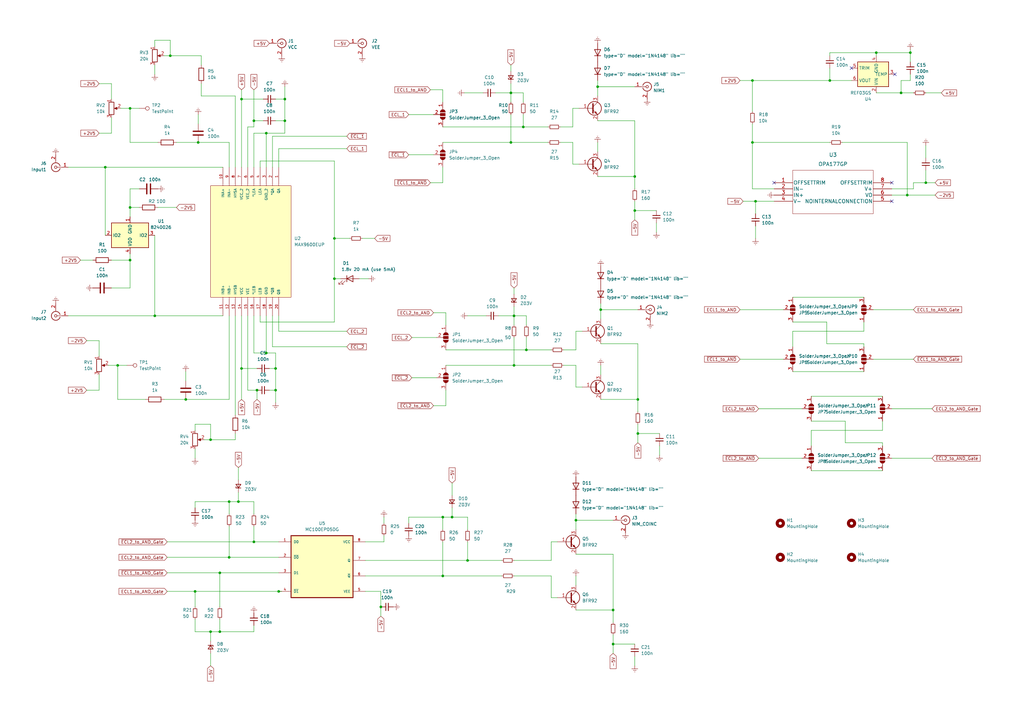
<source format=kicad_sch>
(kicad_sch (version 20211123) (generator eeschema)
  (paper "A3")
  (junction (at 251.46 250.19))
  (junction (at 109.22 144.78))
  (junction (at 245.11 35.56))
  (junction (at 90.17 234.95))
  (junction (at 185.42 212.09))
  (junction (at 109.22 54.61))
  (junction (at 137.16 114.3))
  (junction (at 261.62 163.83))
  (junction (at 99.06 151.13))
  (junction (at 236.22 213.36))
  (junction (at 209.55 38.1))
  (junction (at 104.14 222.25))
  (junction (at 246.38 127))
  (junction (at 53.34 85.09))
  (junction (at 340.36 33.02))
  (junction (at 251.46 264.16))
  (junction (at 261.62 177.8))
  (junction (at 97.79 205.74))
  (junction (at 76.2 163.83))
  (junction (at 308.61 33.02))
  (junction (at 80.01 242.57))
  (junction (at 156.21 248.92))
  (junction (at 379.73 74.93))
  (junction (at 105.41 160.02))
  (junction (at 114.3 242.57))
  (junction (at 48.26 149.86))
  (junction (at 210.82 149.86))
  (junction (at 93.98 228.6))
  (junction (at 116.84 49.53))
  (junction (at 53.34 106.68))
  (junction (at 93.98 205.74))
  (junction (at 308.61 58.42))
  (junction (at 86.36 259.08))
  (junction (at 99.06 40.64))
  (junction (at 369.57 38.1))
  (junction (at 309.88 82.55))
  (junction (at 69.85 22.86))
  (junction (at 81.28 58.42))
  (junction (at 104.14 49.53))
  (junction (at 191.77 229.87))
  (junction (at 210.82 129.54))
  (junction (at 215.9 143.51))
  (junction (at 86.36 180.34))
  (junction (at 113.03 160.02))
  (junction (at 90.17 259.08))
  (junction (at 181.61 236.22))
  (junction (at 43.18 68.58))
  (junction (at 260.35 72.39))
  (junction (at 63.5 129.54))
  (junction (at 373.38 21.59))
  (junction (at 214.63 52.07))
  (junction (at 359.41 21.59))
  (junction (at 209.55 58.42))
  (junction (at 181.61 212.09))
  (junction (at 137.16 97.79))
  (junction (at 116.84 40.64))
  (junction (at 53.34 44.45))
  (junction (at 113.03 151.13))
  (junction (at 372.11 80.01))
  (junction (at 260.35 86.36))
  (no_connect (at 365.76 74.93))
  (no_connect (at 317.5 74.93))
  (no_connect (at 367.03 30.48))
  (no_connect (at 349.25 27.94))
  (no_connect (at 365.76 82.55))
  (wire (pts (xy 76.2 163.83) (xy 67.31 163.83)))
  (wire (pts (xy 93.98 58.42) (xy 81.28 58.42)))
  (wire (pts (xy 104.14 52.07) (xy 101.6 52.07)))
  (wire (pts (xy 182.88 149.86) (xy 210.82 149.86)))
  (wire (pts (xy 99.06 151.13) (xy 99.06 163.83)))
  (wire (pts (xy 40.64 153.67) (xy 40.64 160.02)))
  (wire (pts (xy 340.36 21.59) (xy 340.36 22.86)))
  (wire (pts (xy 64.77 58.42) (xy 53.34 58.42)))
  (wire (pts (xy 116.84 49.53) (xy 116.84 40.64)))
  (wire (pts (xy 238.76 135.89) (xy 236.22 135.89)))
  (wire (pts (xy 68.58 234.95) (xy 90.17 234.95)))
  (wire (pts (xy 104.14 54.61) (xy 109.22 54.61)))
  (wire (pts (xy 339.09 132.08) (xy 339.09 140.97)))
  (wire (pts (xy 142.24 55.88) (xy 111.76 55.88)))
  (wire (pts (xy 309.88 82.55) (xy 317.5 82.55)))
  (wire (pts (xy 49.53 44.45) (xy 53.34 44.45)))
  (wire (pts (xy 104.14 68.58) (xy 104.14 54.61)))
  (wire (pts (xy 181.61 36.83) (xy 181.61 41.91)))
  (wire (pts (xy 204.47 129.54) (xy 210.82 129.54)))
  (wire (pts (xy 97.79 191.77) (xy 97.79 196.85)))
  (wire (pts (xy 45.72 54.61) (xy 40.64 54.61)))
  (wire (pts (xy 53.34 85.09) (xy 53.34 77.47)))
  (wire (pts (xy 167.64 212.09) (xy 181.61 212.09)))
  (wire (pts (xy 68.58 222.25) (xy 104.14 222.25)))
  (wire (pts (xy 236.22 250.19) (xy 251.46 250.19)))
  (wire (pts (xy 76.2 152.4) (xy 76.2 156.21)))
  (wire (pts (xy 63.5 129.54) (xy 63.5 96.52)))
  (wire (pts (xy 226.06 236.22) (xy 226.06 245.11)))
  (wire (pts (xy 81.28 58.42) (xy 72.39 58.42)))
  (wire (pts (xy 365.76 77.47) (xy 374.65 77.47)))
  (wire (pts (xy 308.61 33.02) (xy 308.61 45.72)))
  (wire (pts (xy 309.88 87.63) (xy 309.88 82.55)))
  (wire (pts (xy 45.72 106.68) (xy 53.34 106.68)))
  (wire (pts (xy 226.06 245.11) (xy 228.6 245.11)))
  (wire (pts (xy 90.17 234.95) (xy 114.3 234.95)))
  (wire (pts (xy 332.74 176.53) (xy 332.74 182.88)))
  (wire (pts (xy 181.61 58.42) (xy 209.55 58.42)))
  (wire (pts (xy 27.94 129.54) (xy 63.5 129.54)))
  (wire (pts (xy 68.58 242.57) (xy 80.01 242.57)))
  (wire (pts (xy 113.03 49.53) (xy 116.84 49.53)))
  (wire (pts (xy 33.02 106.68) (xy 38.1 106.68)))
  (wire (pts (xy 260.35 82.55) (xy 260.35 86.36)))
  (wire (pts (xy 43.18 68.58) (xy 43.18 96.52)))
  (wire (pts (xy 69.85 22.86) (xy 67.31 22.86)))
  (wire (pts (xy 359.41 21.59) (xy 340.36 21.59)))
  (wire (pts (xy 261.62 127) (xy 246.38 127)))
  (wire (pts (xy 109.22 144.78) (xy 113.03 144.78)))
  (wire (pts (xy 185.42 208.28) (xy 185.42 212.09)))
  (wire (pts (xy 210.82 129.54) (xy 210.82 133.35)))
  (wire (pts (xy 373.38 25.4) (xy 373.38 21.59)))
  (wire (pts (xy 113.03 151.13) (xy 113.03 160.02)))
  (wire (pts (xy 168.91 138.43) (xy 179.07 138.43)))
  (wire (pts (xy 325.12 135.89) (xy 325.12 142.24)))
  (wire (pts (xy 260.35 86.36) (xy 260.35 90.17)))
  (wire (pts (xy 303.53 127) (xy 321.31 127)))
  (wire (pts (xy 104.14 256.54) (xy 104.14 259.08)))
  (wire (pts (xy 325.12 121.92) (xy 354.33 121.92)))
  (wire (pts (xy 260.35 49.53) (xy 260.35 72.39)))
  (wire (pts (xy 311.15 187.96) (xy 328.93 187.96)))
  (wire (pts (xy 374.65 74.93) (xy 374.65 77.47)))
  (wire (pts (xy 53.34 118.11) (xy 45.72 118.11)))
  (wire (pts (xy 147.32 114.3) (xy 151.13 114.3)))
  (wire (pts (xy 369.57 38.1) (xy 374.65 38.1)))
  (wire (pts (xy 209.55 38.1) (xy 209.55 34.29)))
  (wire (pts (xy 109.22 54.61) (xy 116.84 54.61)))
  (wire (pts (xy 86.36 173.99) (xy 80.01 173.99)))
  (wire (pts (xy 96.52 170.18) (xy 96.52 129.54)))
  (wire (pts (xy 332.74 162.56) (xy 361.95 162.56)))
  (wire (pts (xy 251.46 250.19) (xy 251.46 255.27)))
  (wire (pts (xy 97.79 201.93) (xy 97.79 205.74)))
  (wire (pts (xy 245.11 72.39) (xy 260.35 72.39)))
  (wire (pts (xy 109.22 54.61) (xy 109.22 68.58)))
  (wire (pts (xy 99.06 151.13) (xy 105.41 151.13)))
  (wire (pts (xy 346.71 181.61) (xy 361.95 181.61)))
  (wire (pts (xy 214.63 41.91) (xy 214.63 38.1)))
  (wire (pts (xy 177.8 128.27) (xy 182.88 128.27)))
  (wire (pts (xy 167.64 63.5) (xy 177.8 63.5)))
  (wire (pts (xy 80.01 208.28) (xy 80.01 205.74)))
  (wire (pts (xy 143.51 97.79) (xy 137.16 97.79)))
  (wire (pts (xy 229.87 58.42) (xy 234.95 58.42)))
  (wire (pts (xy 80.01 205.74) (xy 93.98 205.74)))
  (wire (pts (xy 45.72 48.26) (xy 45.72 54.61)))
  (wire (pts (xy 69.85 22.86) (xy 69.85 16.51)))
  (wire (pts (xy 116.84 40.64) (xy 116.84 35.56)))
  (wire (pts (xy 142.24 60.96) (xy 114.3 60.96)))
  (wire (pts (xy 209.55 26.67) (xy 209.55 29.21)))
  (wire (pts (xy 215.9 133.35) (xy 215.9 129.54)))
  (wire (pts (xy 340.36 27.94) (xy 340.36 33.02)))
  (wire (pts (xy 53.34 88.9) (xy 53.34 85.09)))
  (wire (pts (xy 40.64 34.29) (xy 45.72 34.29)))
  (wire (pts (xy 379.73 59.69) (xy 379.73 64.77)))
  (wire (pts (xy 358.14 147.32) (xy 374.65 147.32)))
  (wire (pts (xy 64.77 85.09) (xy 72.39 85.09)))
  (wire (pts (xy 304.8 82.55) (xy 309.88 82.55)))
  (wire (pts (xy 236.22 149.86) (xy 236.22 158.75)))
  (wire (pts (xy 63.5 26.67) (xy 63.5 30.48)))
  (wire (pts (xy 332.74 193.04) (xy 361.95 193.04)))
  (wire (pts (xy 110.49 151.13) (xy 113.03 151.13)))
  (wire (pts (xy 115.57 242.57) (xy 114.3 242.57)))
  (wire (pts (xy 104.14 49.53) (xy 107.95 49.53)))
  (wire (pts (xy 246.38 140.97) (xy 261.62 140.97)))
  (wire (pts (xy 309.88 97.79) (xy 309.88 92.71)))
  (wire (pts (xy 182.88 143.51) (xy 215.9 143.51)))
  (wire (pts (xy 246.38 163.83) (xy 261.62 163.83)))
  (wire (pts (xy 93.98 163.83) (xy 76.2 163.83)))
  (wire (pts (xy 104.14 215.9) (xy 104.14 222.25)))
  (wire (pts (xy 45.72 34.29) (xy 45.72 40.64)))
  (wire (pts (xy 365.76 187.96) (xy 382.27 187.96)))
  (wire (pts (xy 269.24 91.44) (xy 269.24 95.25)))
  (wire (pts (xy 261.62 163.83) (xy 261.62 168.91)))
  (wire (pts (xy 251.46 213.36) (xy 236.22 213.36)))
  (wire (pts (xy 245.11 49.53) (xy 260.35 49.53)))
  (wire (pts (xy 167.64 214.63) (xy 167.64 212.09)))
  (wire (pts (xy 236.22 143.51) (xy 231.14 143.51)))
  (wire (pts (xy 104.14 36.83) (xy 104.14 49.53)))
  (wire (pts (xy 339.09 140.97) (xy 354.33 140.97)))
  (wire (pts (xy 251.46 227.33) (xy 251.46 250.19)))
  (wire (pts (xy 86.36 262.89) (xy 86.36 259.08)))
  (wire (pts (xy 369.57 33.02) (xy 369.57 38.1)))
  (wire (pts (xy 109.22 129.54) (xy 109.22 144.78)))
  (wire (pts (xy 106.68 129.54) (xy 106.68 132.08)))
  (wire (pts (xy 53.34 77.47) (xy 57.15 77.47)))
  (wire (pts (xy 308.61 77.47) (xy 317.5 77.47)))
  (wire (pts (xy 181.61 74.93) (xy 176.53 74.93)))
  (wire (pts (xy 86.36 259.08) (xy 80.01 259.08)))
  (wire (pts (xy 101.6 52.07) (xy 101.6 68.58)))
  (wire (pts (xy 359.41 21.59) (xy 373.38 21.59)))
  (wire (pts (xy 373.38 30.48) (xy 373.38 33.02)))
  (wire (pts (xy 261.62 140.97) (xy 261.62 163.83)))
  (wire (pts (xy 340.36 58.42) (xy 308.61 58.42)))
  (wire (pts (xy 82.55 39.37) (xy 82.55 34.29)))
  (wire (pts (xy 215.9 143.51) (xy 226.06 143.51)))
  (wire (pts (xy 236.22 135.89) (xy 236.22 143.51)))
  (wire (pts (xy 226.06 222.25) (xy 226.06 229.87)))
  (wire (pts (xy 93.98 228.6) (xy 114.3 228.6)))
  (wire (pts (xy 270.51 182.88) (xy 270.51 186.69)))
  (wire (pts (xy 81.28 46.99) (xy 81.28 50.8)))
  (wire (pts (xy 345.44 58.42) (xy 372.11 58.42)))
  (wire (pts (xy 43.18 68.58) (xy 91.44 68.58)))
  (wire (pts (xy 113.03 144.78) (xy 113.03 151.13)))
  (wire (pts (xy 246.38 127) (xy 246.38 130.81)))
  (wire (pts (xy 373.38 33.02) (xy 369.57 33.02)))
  (wire (pts (xy 308.61 58.42) (xy 308.61 77.47)))
  (wire (pts (xy 63.5 16.51) (xy 63.5 19.05)))
  (wire (pts (xy 308.61 33.02) (xy 340.36 33.02)))
  (wire (pts (xy 383.54 74.93) (xy 379.73 74.93)))
  (wire (pts (xy 245.11 33.02) (xy 245.11 35.56)))
  (wire (pts (xy 114.3 129.54) (xy 114.3 135.89)))
  (wire (pts (xy 181.61 236.22) (xy 181.61 222.25)))
  (wire (pts (xy 191.77 222.25) (xy 191.77 229.87)))
  (wire (pts (xy 157.48 222.25) (xy 149.86 222.25)))
  (wire (pts (xy 191.77 212.09) (xy 191.77 217.17)))
  (wire (pts (xy 251.46 260.35) (xy 251.46 264.16)))
  (wire (pts (xy 361.95 181.61) (xy 361.95 182.88)))
  (wire (pts (xy 105.41 163.83) (xy 105.41 160.02)))
  (wire (pts (xy 80.01 248.92) (xy 80.01 242.57)))
  (wire (pts (xy 215.9 138.43) (xy 215.9 143.51)))
  (wire (pts (xy 209.55 46.99) (xy 209.55 58.42)))
  (wire (pts (xy 210.82 149.86) (xy 226.06 149.86)))
  (wire (pts (xy 234.95 58.42) (xy 234.95 67.31)))
  (wire (pts (xy 176.53 36.83) (xy 181.61 36.83)))
  (wire (pts (xy 379.73 74.93) (xy 374.65 74.93)))
  (wire (pts (xy 80.01 184.15) (xy 80.01 187.96)))
  (wire (pts (xy 260.35 35.56) (xy 245.11 35.56)))
  (wire (pts (xy 181.61 212.09) (xy 185.42 212.09)))
  (wire (pts (xy 53.34 85.09) (xy 57.15 85.09)))
  (wire (pts (xy 96.52 177.8) (xy 96.52 180.34)))
  (wire (pts (xy 303.53 147.32) (xy 321.31 147.32)))
  (wire (pts (xy 203.2 38.1) (xy 209.55 38.1)))
  (wire (pts (xy 80.01 242.57) (xy 114.3 242.57)))
  (wire (pts (xy 182.88 166.37) (xy 177.8 166.37)))
  (wire (pts (xy 44.45 149.86) (xy 48.26 149.86)))
  (wire (pts (xy 99.06 36.83) (xy 99.06 40.64)))
  (wire (pts (xy 190.5 38.1) (xy 198.12 38.1)))
  (wire (pts (xy 116.84 54.61) (xy 116.84 49.53)))
  (wire (pts (xy 214.63 38.1) (xy 209.55 38.1)))
  (wire (pts (xy 210.82 236.22) (xy 226.06 236.22)))
  (wire (pts (xy 346.71 172.72) (xy 346.71 181.61)))
  (wire (pts (xy 359.41 22.86) (xy 359.41 21.59)))
  (wire (pts (xy 340.36 33.02) (xy 349.25 33.02)))
  (wire (pts (xy 246.38 124.46) (xy 246.38 127)))
  (wire (pts (xy 236.22 158.75) (xy 238.76 158.75)))
  (wire (pts (xy 137.16 66.04) (xy 106.68 66.04)))
  (wire (pts (xy 82.55 26.67) (xy 82.55 22.86)))
  (wire (pts (xy 113.03 40.64) (xy 116.84 40.64)))
  (wire (pts (xy 358.14 127) (xy 374.65 127)))
  (wire (pts (xy 149.86 242.57) (xy 156.21 242.57)))
  (wire (pts (xy 93.98 68.58) (xy 93.98 58.42)))
  (wire (pts (xy 260.35 72.39) (xy 260.35 77.47)))
  (wire (pts (xy 149.86 236.22) (xy 181.61 236.22)))
  (wire (pts (xy 236.22 227.33) (xy 251.46 227.33)))
  (wire (pts (xy 379.73 38.1) (xy 386.08 38.1)))
  (wire (pts (xy 109.22 144.78) (xy 104.14 144.78)))
  (wire (pts (xy 99.06 129.54) (xy 99.06 151.13)))
  (wire (pts (xy 27.94 68.58) (xy 43.18 68.58)))
  (wire (pts (xy 210.82 118.11) (xy 210.82 120.65)))
  (wire (pts (xy 101.6 160.02) (xy 101.6 129.54)))
  (wire (pts (xy 185.42 198.12) (xy 185.42 203.2)))
  (wire (pts (xy 234.95 44.45) (xy 234.95 52.07)))
  (wire (pts (xy 383.54 80.01) (xy 372.11 80.01)))
  (wire (pts (xy 209.55 58.42) (xy 224.79 58.42)))
  (wire (pts (xy 96.52 180.34) (xy 86.36 180.34)))
  (wire (pts (xy 93.98 129.54) (xy 93.98 163.83)))
  (wire (pts (xy 96.52 39.37) (xy 96.52 68.58)))
  (wire (pts (xy 111.76 129.54) (xy 111.76 142.24)))
  (wire (pts (xy 228.6 222.25) (xy 226.06 222.25)))
  (wire (pts (xy 261.62 177.8) (xy 261.62 181.61)))
  (wire (pts (xy 311.15 167.64) (xy 328.93 167.64)))
  (wire (pts (xy 53.34 104.14) (xy 53.34 106.68)))
  (wire (pts (xy 80.01 173.99) (xy 80.01 176.53)))
  (wire (pts (xy 231.14 149.86) (xy 236.22 149.86)))
  (wire (pts (xy 111.76 142.24) (xy 142.24 142.24)))
  (wire (pts (xy 234.95 67.31) (xy 237.49 67.31)))
  (wire (pts (xy 260.35 269.24) (xy 260.35 273.05)))
  (wire (pts (xy 185.42 212.09) (xy 191.77 212.09)))
  (wire (pts (xy 245.11 58.42) (xy 245.11 62.23)))
  (wire (pts (xy 93.98 205.74) (xy 93.98 210.82)))
  (wire (pts (xy 303.53 33.02) (xy 308.61 33.02)))
  (wire (pts (xy 69.85 16.51) (xy 63.5 16.51)))
  (wire (pts (xy 35.56 139.7) (xy 40.64 139.7)))
  (wire (pts (xy 156.21 248.92) (xy 156.21 252.73)))
  (wire (pts (xy 104.14 222.25) (xy 114.3 222.25)))
  (wire (pts (xy 332.74 172.72) (xy 346.71 172.72)))
  (wire (pts (xy 157.48 219.71) (xy 157.48 222.25)))
  (wire (pts (xy 261.62 173.99) (xy 261.62 177.8)))
  (wire (pts (xy 148.59 97.79) (xy 153.67 97.79)))
  (wire (pts (xy 90.17 259.08) (xy 86.36 259.08)))
  (wire (pts (xy 137.16 97.79) (xy 137.16 66.04)))
  (wire (pts (xy 325.12 152.4) (xy 354.33 152.4)))
  (wire (pts (xy 245.11 35.56) (xy 245.11 39.37)))
  (wire (pts (xy 379.73 69.85) (xy 379.73 74.93)))
  (wire (pts (xy 48.26 149.86) (xy 52.07 149.86)))
  (wire (pts (xy 246.38 149.86) (xy 246.38 153.67)))
  (wire (pts (xy 90.17 259.08) (xy 90.17 254)))
  (wire (pts (xy 97.79 205.74) (xy 104.14 205.74)))
  (wire (pts (xy 260.35 86.36) (xy 269.24 86.36)))
  (wire (pts (xy 96.52 39.37) (xy 82.55 39.37)))
  (wire (pts (xy 93.98 215.9) (xy 93.98 228.6)))
  (wire (pts (xy 214.63 46.99) (xy 214.63 52.07)))
  (wire (pts (xy 373.38 21.59) (xy 373.38 20.32)))
  (wire (pts (xy 308.61 50.8) (xy 308.61 58.42)))
  (wire (pts (xy 214.63 52.07) (xy 224.79 52.07)))
  (wire (pts (xy 210.82 138.43) (xy 210.82 149.86)))
  (wire (pts (xy 236.22 210.82) (xy 236.22 213.36)))
  (wire (pts (xy 53.34 44.45) (xy 57.15 44.45)))
  (wire (pts (xy 156.21 242.57) (xy 156.21 248.92)))
  (wire (pts (xy 182.88 128.27) (xy 182.88 133.35)))
  (wire (pts (xy 114.3 60.96) (xy 114.3 68.58)))
  (wire (pts (xy 261.62 177.8) (xy 270.51 177.8)))
  (wire (pts (xy 68.58 228.6) (xy 93.98 228.6)))
  (wire (pts (xy 105.41 160.02) (xy 101.6 160.02)))
  (wire (pts (xy 63.5 129.54) (xy 91.44 129.54)))
  (wire (pts (xy 181.61 212.09) (xy 181.61 217.17)))
  (wire (pts (xy 110.49 160.02) (xy 113.03 160.02)))
  (wire (pts (xy 86.36 273.05) (xy 86.36 267.97)))
  (wire (pts (xy 361.95 172.72) (xy 361.95 176.53)))
  (wire (pts (xy 104.14 49.53) (xy 104.14 52.07)))
  (wire (pts (xy 210.82 129.54) (xy 210.82 125.73)))
  (wire (pts (xy 181.61 52.07) (xy 214.63 52.07)))
  (wire (pts (xy 236.22 236.22) (xy 236.22 240.03)))
  (wire (pts (xy 90.17 234.95) (xy 90.17 248.92)))
  (wire (pts (xy 234.95 52.07) (xy 229.87 52.07)))
  (wire (pts (xy 53.34 58.42) (xy 53.34 44.45)))
  (wire (pts (xy 215.9 129.54) (xy 210.82 129.54)))
  (wire (pts (xy 157.48 212.09) (xy 157.48 214.63)))
  (wire (pts (xy 48.26 163.83) (xy 48.26 149.86)))
  (wire (pts (xy 106.68 66.04) (xy 106.68 68.58)))
  (wire (pts (xy 111.76 55.88) (xy 111.76 68.58)))
  (wire (pts (xy 251.46 264.16) (xy 260.35 264.16)))
  (wire (pts (xy 93.98 205.74) (xy 97.79 205.74)))
  (wire (pts (xy 80.01 259.08) (xy 80.01 254)))
  (wire (pts (xy 149.86 229.87) (xy 191.77 229.87)))
  (wire (pts (xy 168.91 154.94) (xy 179.07 154.94)))
  (wire (pts (xy 113.03 160.02) (xy 113.03 165.1)))
  (wire (pts (xy 137.16 97.79) (xy 137.16 114.3)))
  (wire (pts (xy 104.14 144.78) (xy 104.14 129.54)))
  (wire (pts (xy 104.14 205.74) (xy 104.14 210.82)))
  (wire (pts (xy 237.49 44.45) (xy 234.95 44.45)))
  (wire (pts (xy 361.95 176.53) (xy 332.74 176.53)))
  (wire (pts (xy 181.61 68.58) (xy 181.61 74.93)))
  (wire (pts (xy 236.22 213.36) (xy 236.22 217.17)))
  (wire (pts (xy 40.64 160.02) (xy 35.56 160.02)))
  (wire (pts (xy 86.36 180.34) (xy 83.82 180.34)))
  (wire (pts (xy 137.16 132.08) (xy 106.68 132.08)))
  (wire (pts (xy 59.69 163.83) (xy 48.26 163.83)))
  (wire (pts (xy 99.06 40.64) (xy 99.06 68.58)))
  (wire (pts (xy 359.41 38.1) (xy 369.57 38.1)))
  (wire (pts (xy 191.77 229.87) (xy 205.74 229.87)))
  (wire (pts (xy 182.88 160.02) (xy 182.88 166.37)))
  (wire (pts (xy 82.55 22.86) (xy 69.85 22.86)))
  (wire (pts (xy 104.14 259.08) (xy 90.17 259.08)))
  (wire (pts (xy 354.33 135.89) (xy 325.12 135.89)))
  (wire (pts (xy 181.61 236.22) (xy 205.74 236.22)))
  (wire (pts (xy 251.46 264.16) (xy 251.46 267.97)))
  (wire (pts (xy 209.55 38.1) (xy 209.55 41.91)))
  (wire (pts (xy 86.36 180.34) (xy 86.36 173.99)))
  (wire (pts (xy 137.16 114.3) (xy 139.7 114.3)))
  (wire (pts (xy 191.77 129.54) (xy 199.39 129.54)))
  (wire (pts (xy 40.64 139.7) (xy 40.64 146.05)))
  (wire (pts (xy 365.76 167.64) (xy 382.27 167.64)))
  (wire (pts (xy 99.06 40.64) (xy 107.95 40.64)))
  (wire (pts (xy 167.64 46.99) (xy 177.8 46.99)))
  (wire (pts (xy 354.33 140.97) (xy 354.33 142.24)))
  (wire (pts (xy 325.12 132.08) (xy 339.09 132.08)))
  (wire (pts (xy 372.11 80.01) (xy 365.76 80.01)))
  (wire (pts (xy 137.16 114.3) (xy 137.16 132.08)))
  (wire (pts (xy 372.11 58.42) (xy 372.11 80.01)))
  (wire (pts (xy 210.82 229.87) (xy 226.06 229.87)))
  (wire (pts (xy 114.3 135.89) (xy 142.24 135.89)))
  (wire (pts (xy 354.33 132.08) (xy 354.33 135.89)))
  (wire (pts (xy 53.34 106.68) (xy 53.34 118.11)))
  (global_label "ECL_2" (shape input) (at 168.91 138.43 180) (property "Intersheet References" "${INTERSHEET_REFS}" (effects hide)))
  (global_label "-2V5" (shape input) (at 383.54 80.01 0) (property "Intersheet References" "${INTERSHEET_REFS}" (effects hide)))
  (global_label "+2V5" (shape input) (at 303.53 33.02 180) (property "Intersheet References" "${INTERSHEET_REFS}" (effects hide)))
  (global_label "+2V5" (shape input) (at 40.64 54.61 180) (property "Intersheet References" "${INTERSHEET_REFS}" (effects hide)))
  (global_label "-5V" (shape input) (at 105.41 163.83 270) (property "Intersheet References" "${INTERSHEET_REFS}" (effects hide)))
  (global_label "ECL2_to_AND" (shape input) (at 311.15 167.64 180) (property "Intersheet References" "${INTERSHEET_REFS}" (effects hide)))
  (global_label "ECL1_to_AND_Gate" (shape input) (at 374.65 127 0) (property "Intersheet References" "${INTERSHEET_REFS}" (effects hide)))
  (global_label "-2V5" (shape input) (at 40.64 34.29 180) (property "Intersheet References" "${INTERSHEET_REFS}" (effects hide)))
  (global_label "~{ECL_1}" (shape input) (at 167.64 63.5 180) (property "Intersheet References" "${INTERSHEET_REFS}" (effects hide)))
  (global_label "~{ECL_2}" (shape input) (at 168.91 154.94 180) (property "Intersheet References" "${INTERSHEET_REFS}" (effects hide)))
  (global_label "~{ECL_2}" (shape input) (at 142.24 142.24 0) (property "Intersheet References" "${INTERSHEET_REFS}" (effects hide)))
  (global_label "-2V5" (shape input) (at 72.39 85.09 0) (property "Intersheet References" "${INTERSHEET_REFS}" (effects hide)))
  (global_label "+5V" (shape input) (at 99.06 36.83 90) (property "Intersheet References" "${INTERSHEET_REFS}" (effects hide)))
  (global_label "~{ECL_1}" (shape input) (at 142.24 55.88 0) (property "Intersheet References" "${INTERSHEET_REFS}" (effects hide)))
  (global_label "-5V" (shape input) (at 209.55 26.67 90) (property "Intersheet References" "${INTERSHEET_REFS}" (effects hide)))
  (global_label "ECL2_to_AND" (shape input) (at 177.8 128.27 180) (property "Intersheet References" "${INTERSHEET_REFS}" (effects hide)))
  (global_label "+5V" (shape input) (at 110.49 17.78 180) (property "Intersheet References" "${INTERSHEET_REFS}" (effects hide)))
  (global_label "-5V" (shape input) (at 260.35 90.17 270) (property "Intersheet References" "${INTERSHEET_REFS}" (effects hide)))
  (global_label "~{ECL2_to_AND_Gate}" (shape input) (at 68.58 222.25 180) (property "Intersheet References" "${INTERSHEET_REFS}" (effects hide)))
  (global_label "-5V" (shape input) (at 104.14 36.83 90) (property "Intersheet References" "${INTERSHEET_REFS}" (effects hide)))
  (global_label "-2V5" (shape input) (at 35.56 139.7 180) (property "Intersheet References" "${INTERSHEET_REFS}" (effects hide)))
  (global_label "ECL1_to_AND" (shape input) (at 176.53 36.83 180) (property "Intersheet References" "${INTERSHEET_REFS}" (effects hide)))
  (global_label "~{ECL2_to_AND}" (shape input) (at 311.15 187.96 180) (property "Intersheet References" "${INTERSHEET_REFS}" (effects hide)))
  (global_label "~{ECL1_to_AND_Gate}" (shape input) (at 68.58 234.95 180) (property "Intersheet References" "${INTERSHEET_REFS}" (effects hide)))
  (global_label "-5V" (shape input) (at 210.82 118.11 90) (property "Intersheet References" "${INTERSHEET_REFS}" (effects hide)))
  (global_label "ECL2_to_AND_Gate" (shape input) (at 382.27 167.64 0) (property "Intersheet References" "${INTERSHEET_REFS}" (effects hide)))
  (global_label "ECL1_to_AND_Gate" (shape input) (at 68.58 242.57 180) (property "Intersheet References" "${INTERSHEET_REFS}" (effects hide)))
  (global_label "-5V" (shape input) (at 156.21 252.73 270) (property "Intersheet References" "${INTERSHEET_REFS}" (effects hide)))
  (global_label "ECL_2" (shape input) (at 142.24 135.89 0) (property "Intersheet References" "${INTERSHEET_REFS}" (effects hide)))
  (global_label "~{ECL2_to_AND_Gate}" (shape input) (at 382.27 187.96 0) (property "Intersheet References" "${INTERSHEET_REFS}" (effects hide)))
  (global_label "ECL2_to_AND_Gate" (shape input) (at 68.58 228.6 180) (property "Intersheet References" "${INTERSHEET_REFS}" (effects hide)))
  (global_label "+2V5" (shape input) (at 35.56 160.02 180) (property "Intersheet References" "${INTERSHEET_REFS}" (effects hide)))
  (global_label "+2V5" (shape input) (at 33.02 106.68 180) (property "Intersheet References" "${INTERSHEET_REFS}" (effects hide)))
  (global_label "-5V" (shape input) (at 143.51 17.78 180) (property "Intersheet References" "${INTERSHEET_REFS}" (effects hide)))
  (global_label "~{ECL1_to_AND}" (shape input) (at 303.53 147.32 180) (property "Intersheet References" "${INTERSHEET_REFS}" (effects hide)))
  (global_label "~{ECL1_to_AND_Gate}" (shape input) (at 374.65 147.32 0) (property "Intersheet References" "${INTERSHEET_REFS}" (effects hide)))
  (global_label "~{ECL1_to_AND}" (shape input) (at 176.53 74.93 180) (property "Intersheet References" "${INTERSHEET_REFS}" (effects hide)))
  (global_label "-5V" (shape input) (at 97.79 191.77 90) (property "Intersheet References" "${INTERSHEET_REFS}" (effects hide)))
  (global_label "ECL_1" (shape input) (at 142.24 60.96 0) (property "Intersheet References" "${INTERSHEET_REFS}" (effects hide)))
  (global_label "-5V" (shape input) (at 261.62 181.61 270) (property "Intersheet References" "${INTERSHEET_REFS}" (effects hide)))
  (global_label "+5V" (shape input) (at 383.54 74.93 0) (property "Intersheet References" "${INTERSHEET_REFS}" (effects hide)))
  (global_label "ECL1_to_AND" (shape input) (at 303.53 127 180) (property "Intersheet References" "${INTERSHEET_REFS}" (effects hide)))
  (global_label "+5V" (shape input) (at 99.06 163.83 270) (property "Intersheet References" "${INTERSHEET_REFS}" (effects hide)))
  (global_label "-5V" (shape input) (at 304.8 82.55 180) (property "Intersheet References" "${INTERSHEET_REFS}" (effects hide)))
  (global_label "+5V" (shape input) (at 386.08 38.1 0) (property "Intersheet References" "${INTERSHEET_REFS}" (effects hide)))
  (global_label "~{ECL2_to_AND}" (shape input) (at 177.8 166.37 180) (property "Intersheet References" "${INTERSHEET_REFS}" (effects hide)))
  (global_label "ECL_1" (shape input) (at 167.64 46.99 180) (property "Intersheet References" "${INTERSHEET_REFS}" (effects hide)))
  (global_label "-5V" (shape input) (at 185.42 198.12 90) (property "Intersheet References" "${INTERSHEET_REFS}" (effects hide)))
  (global_label "-5V" (shape input) (at 153.67 97.79 0) (property "Intersheet References" "${INTERSHEET_REFS}" (effects hide)))
  (global_label "-5V" (shape input) (at 86.36 273.05 270) (property "Intersheet References" "${INTERSHEET_REFS}" (effects hide)))
  (global_label "-5V" (shape input) (at 251.46 267.97 270) (property "Intersheet References" "${INTERSHEET_REFS}" (effects hide)))
  (symbol (lib_id "power:Earth") (at 245.11 17.78 180) (unit 1)
    (property "Reference" "#PWR0118" (effects hide))
    (property "Value" "Earth" (effects hide))
  )
  (symbol (lib_id "Mechanical:MountingHole") (at 320.04 214.63 0) (unit 1)
    (property "Reference" "H1" (at 322.58 213.3599 0) (effects (justify left)))
    (property "Value" "MountingHole" (at 322.58 215.8999 0) (effects (justify left)))
    (property "Footprint" "MountingHole:MountingHole_3.2mm_M3_DIN965_Pad" (effects hide))
  )
  (symbol (lib_id "Device:R_Potentiometer") (at 80.01 180.34 0) (unit 1)
    (property "Reference" "RV4" (at 77.47 179.0699 0) (effects (justify right)))
    (property "Value" "20k" (at 77.47 181.6099 0) (effects (justify right)))
    (property "Footprint" "timing_logicboard_footprints:TRIM_67YR100KLF" (effects hide))
  )
  (symbol (lib_id "Device:C_Small") (at 104.14 254 180) (unit 1)
    (property "Reference" "C18" (at 106.68 252.7235 0) (effects (justify right)))
    (property "Value" "100n" (at 106.68 255.2635 0) (effects (justify right)))
    (property "Footprint" "Capacitor_SMD:C_0201_0603Metric" (effects hide))
  )
  (symbol (lib_id "power:Earth") (at 379.73 59.69 180) (unit 1)
    (property "Reference" "#PWR0112" (effects hide))
    (property "Value" "Earth" (effects hide))
  )
  (symbol (lib_id "Device:R_Small") (at 93.98 213.36 0) (unit 1)
    (property "Reference" "R23" (at 96.52 212.0899 0) (effects (justify left)))
    (property "Value" "50" (at 96.52 214.6299 0) (effects (justify left)))
    (property "Footprint" "Resistor_SMD:R_0201_0603Metric" (effects hide))
  )
  (symbol (lib_id "Jumper:SolderJumper_3_Open") (at 325.12 147.32 270) (unit 1)
    (property "Reference" "JP6" (at 327.66 148.5901 90) (effects (justify left)))
    (property "Value" "SolderJumper_3_Open" (at 327.66 146.0501 90) (effects (justify left)))
    (property "Footprint" "Connector_PinHeader_2.54mm:PinHeader_1x03_P2.54mm_Vertical" (effects hide))
  )
  (symbol (lib_id "timing_additional_lib:MC100EP05DG") (at 132.08 232.41 0) (unit 1)
    (property "Reference" "U5" (at 132.08 214.63 0))
    (property "Value" "MC100EP05DG" (at 132.08 217.17 0))
    (property "Footprint" "timing_logicboard_footprints:MC100EP05DG" (effects hide))
  )
  (symbol (lib_id "Connector:TestPoint") (at 57.15 44.45 270) (unit 1)
    (property "Reference" "TP2" (at 62.23 43.1799 90) (effects (justify left)))
    (property "Value" "TestPoint" (at 62.23 45.7199 90) (effects (justify left)))
    (property "Footprint" "TestPoint:TestPoint_Loop_D2.50mm_Drill1.0mm" (effects hide))
  )
  (symbol (lib_id "power:Earth") (at 116.84 35.56 180) (unit 1)
    (property "Reference" "#PWR0105" (effects hide))
    (property "Value" "Earth" (effects hide))
  )
  (symbol (lib_id "power:Earth") (at 167.64 219.71 0) (unit 1)
    (property "Reference" "#PWR05" (effects hide))
    (property "Value" "Earth" (effects hide))
  )
  (symbol (lib_id "Device:R") (at 68.58 58.42 90) (unit 1)
    (property "Reference" "R4" (at 68.58 52.07 90))
    (property "Value" "1k" (at 68.58 54.61 90))
    (property "Footprint" "Resistor_SMD:R_0201_0603Metric" (effects hide))
  )
  (symbol (lib_id "Device:R_Small") (at 228.6 143.51 90) (unit 1)
    (property "Reference" "R12" (at 228.6 137.16 90))
    (property "Value" "27" (at 228.6 139.7 90))
    (property "Footprint" "Resistor_SMD:R_0201_0603Metric" (effects hide))
  )
  (symbol (lib_id "Device:R_Potentiometer") (at 63.5 22.86 0) (unit 1)
    (property "Reference" "RV3" (at 60.96 21.5899 0) (effects (justify right)))
    (property "Value" "20k" (at 60.96 24.1299 0) (effects (justify right)))
    (property "Footprint" "timing_logicboard_footprints:TRIM_67YR100KLF" (effects hide))
  )
  (symbol (lib_id "Device:R_Small") (at 342.9 58.42 90) (unit 1)
    (property "Reference" "R19" (at 342.9 52.07 90))
    (property "Value" "10k" (at 342.9 54.61 90))
    (property "Footprint" "Resistor_SMD:R_0201_0603Metric" (effects hide))
  )
  (symbol (lib_id "Jumper:SolderJumper_3_Open") (at 332.74 187.96 270) (unit 1)
    (property "Reference" "JP8" (at 335.28 189.2301 90) (effects (justify left)))
    (property "Value" "SolderJumper_3_Open" (at 335.28 186.6901 90) (effects (justify left)))
    (property "Footprint" "Connector_PinHeader_2.54mm:PinHeader_1x03_P2.54mm_Vertical" (effects hide))
  )
  (symbol (lib_id "Mechanical:MountingHole") (at 349.25 214.63 0) (unit 1)
    (property "Reference" "H3" (at 351.79 213.3599 0) (effects (justify left)))
    (property "Value" "MountingHole" (at 351.79 215.8999 0) (effects (justify left)))
    (property "Footprint" "MountingHole:MountingHole_3.2mm_M3_DIN965_Pad" (effects hide))
  )
  (symbol (lib_id "power:Earth") (at 309.88 97.79 0) (unit 1)
    (property "Reference" "#PWR0116" (effects hide))
    (property "Value" "Earth" (effects hide))
  )
  (symbol (lib_id "Device:R") (at 82.55 30.48 0) (unit 1)
    (property "Reference" "R5" (at 85.09 29.2099 0) (effects (justify left)))
    (property "Value" "10k" (at 85.09 31.7499 0) (effects (justify left)))
    (property "Footprint" "Resistor_SMD:R_0201_0603Metric" (effects hide))
  )
  (symbol (lib_id "Device:C_Small") (at 309.88 90.17 0) (unit 1)
    (property "Reference" "C13" (at 312.42 88.9062 0) (effects (justify left)))
    (property "Value" "100n" (at 312.42 91.4462 0) (effects (justify left)))
    (property "Footprint" "Capacitor_SMD:C_0201_0603Metric" (effects hide))
  )
  (symbol (lib_id "power:Earth") (at 269.24 95.25 0) (unit 1)
    (property "Reference" "#PWR0119" (effects hide))
    (property "Value" "Earth" (effects hide))
  )
  (symbol (lib_id "Device:R_Small") (at 251.46 257.81 0) (unit 1)
    (property "Reference" "R30" (at 254 256.5399 0) (effects (justify left)))
    (property "Value" "160" (at 254 259.0799 0) (effects (justify left)))
    (property "Footprint" "Resistor_SMD:R_0201_0603Metric" (effects hide))
  )
  (symbol (lib_id "Device:C_Small") (at 167.64 217.17 0) (unit 1)
    (property "Reference" "C20" (at 170.18 215.9062 0) (effects (justify left)))
    (property "Value" "100n" (at 170.18 218.4462 0) (effects (justify left)))
    (property "Footprint" "Capacitor_SMD:C_0201_0603Metric" (effects hide))
  )
  (symbol (lib_id "Device:R_Small") (at 214.63 44.45 0) (unit 1)
    (property "Reference" "R11" (at 217.17 43.1799 0) (effects (justify left)))
    (property "Value" "50" (at 217.17 45.7199 0) (effects (justify left)))
    (property "Footprint" "Resistor_SMD:R_0201_0603Metric" (effects hide))
  )
  (symbol (lib_id "power:Earth") (at 245.11 58.42 180) (unit 1)
    (property "Reference" "#PWR0120" (effects hide))
    (property "Value" "Earth" (effects hide))
  )
  (symbol (lib_id "Device:C") (at 41.91 118.11 90) (unit 1)
    (property "Reference" "C1" (at 41.91 110.49 90))
    (property "Value" "100n" (at 41.91 113.03 90))
    (property "Footprint" "Capacitor_SMD:C_0201_0603Metric" (effects hide))
  )
  (symbol (lib_id "Device:D_Zener_Small") (at 97.79 199.39 90) (unit 1)
    (property "Reference" "D9" (at 100.33 198.1199 90) (effects (justify right)))
    (property "Value" "Z03V" (at 100.33 200.6599 90) (effects (justify right)))
    (property "Footprint" "Diode_SMD:D_SOD-123" (effects hide))
  )
  (symbol (lib_id "Device:D_Zener_Small") (at 209.55 31.75 90) (unit 1)
    (property "Reference" "D3" (at 212.09 30.4799 90) (effects (justify right)))
    (property "Value" "Z03V" (at 212.09 33.0199 90) (effects (justify right)))
    (property "Footprint" "Diode_SMD:D_SOD-123" (effects hide))
  )
  (symbol (lib_id "Device:C_Small") (at 201.93 129.54 90) (unit 1)
    (property "Reference" "C9" (at 201.9363 123.19 90))
    (property "Value" "100n" (at 201.9363 125.73 90))
    (property "Footprint" "Capacitor_SMD:C_0201_0603Metric" (effects hide))
  )
  (symbol (lib_id "Device:C_Small") (at 260.35 266.7 0) (unit 1)
    (property "Reference" "C21" (at 262.89 265.4362 0) (effects (justify left)))
    (property "Value" "100n" (at 262.89 267.9762 0) (effects (justify left)))
    (property "Footprint" "Capacitor_SMD:C_0201_0603Metric" (effects hide))
  )
  (symbol (lib_id "Device:R_Small") (at 215.9 135.89 0) (unit 1)
    (property "Reference" "R9" (at 218.44 134.6199 0) (effects (justify left)))
    (property "Value" "50" (at 218.44 137.1599 0) (effects (justify left)))
    (property "Footprint" "Resistor_SMD:R_0201_0603Metric" (effects hide))
  )
  (symbol (lib_id "Jumper:SolderJumper_3_Open") (at 354.33 127 90) (unit 1)
    (property "Reference" "JP9" (at 351.79 125.7299 90) (effects (justify left)))
    (property "Value" "SolderJumper_3_Open" (at 351.79 128.2699 90) (effects (justify left)))
    (property "Footprint" "Connector_PinHeader_2.54mm:PinHeader_1x03_P2.54mm_Vertical" (effects hide))
  )
  (symbol (lib_id "Device:R_Small") (at 210.82 135.89 0) (unit 1)
    (property "Reference" "R8" (at 207.01 134.62 0) (effects (justify left)))
    (property "Value" "50" (at 207.01 138.43 0) (effects (justify left)))
    (property "Footprint" "Resistor_SMD:R_0201_0603Metric" (effects hide))
  )
  (symbol (lib_id "Device:D_Zener_Small") (at 185.42 205.74 90) (unit 1)
    (property "Reference" "D10" (at 187.96 204.4699 90) (effects (justify right)))
    (property "Value" "Z03V" (at 187.96 207.0099 90) (effects (justify right)))
    (property "Footprint" "Diode_SMD:D_SOD-123" (effects hide))
  )
  (symbol (lib_id "timing_additional_lib:OPA177FP") (at 288.29 73.66 0) (unit 1)
    (property "Reference" "U3" (at 341.63 63.5 0) (effects (font (size 1.524 1.524))))
    (property "Value" "OPA177GP" (at 341.63 67.31 0) (effects (font (size 1.524 1.524))))
    (property "Footprint" "timing_logicboard_footprints_2:OPA177GP_large_pads" (effects hide))
  )
  (symbol (lib_id "Jumper:SolderJumper_3_Open") (at 182.88 138.43 270) (unit 1)
    (property "Reference" "JP1" (at 185.42 137.1599 90) (effects (justify left)))
    (property "Value" "SolderJumper_3_Open" (at 185.42 139.6999 90) (effects (justify left)))
    (property "Footprint" "Connector_PinHeader_2.54mm:PinHeader_1x03_P2.54mm_Vertical" (effects hide))
  )
  (symbol (lib_id "power:Earth") (at 236.22 236.22 180) (unit 1)
    (property "Reference" "#PWR07" (effects hide))
    (property "Value" "Earth" (effects hide))
  )
  (symbol (lib_id "power:Earth") (at 246.38 109.22 180) (unit 1)
    (property "Reference" "#PWR0114" (effects hide))
    (property "Value" "Earth" (effects hide))
  )
  (symbol (lib_id "Device:R_Small") (at 181.61 219.71 0) (unit 1)
    (property "Reference" "R26" (at 184.15 218.4399 0) (effects (justify left)))
    (property "Value" "50" (at 184.15 220.9799 0) (effects (justify left)))
    (property "Footprint" "Resistor_SMD:R_0201_0603Metric" (effects hide))
  )
  (symbol (lib_id "Device:R_Potentiometer") (at 40.64 149.86 0) (unit 1)
    (property "Reference" "RV1" (at 38.1 148.5899 0) (effects (justify right)))
    (property "Value" "10k" (at 38.1 151.1299 0) (effects (justify right)))
    (property "Footprint" "timing_logicboard_footprints:TRIM_67YR100KLF" (effects hide))
  )
  (symbol (lib_id "power:Earth") (at 81.28 46.99 180) (unit 1)
    (property "Reference" "#PWR0106" (effects hide))
    (property "Value" "Earth" (effects hide))
  )
  (symbol (lib_id "Device:R") (at 96.52 173.99 0) (unit 1)
    (property "Reference" "R6" (at 99.06 172.7199 0) (effects (justify left)))
    (property "Value" "10k" (at 99.06 175.2599 0) (effects (justify left)))
    (property "Footprint" "Resistor_SMD:R_0201_0603Metric" (effects hide))
  )
  (symbol (lib_id "Device:C") (at 60.96 77.47 90) (unit 1)
    (property "Reference" "C2" (at 58.42 73.66 90))
    (property "Value" "100n" (at 63.5 73.66 90))
    (property "Footprint" "Capacitor_SMD:C_0201_0603Metric" (effects hide))
  )
  (symbol (lib_id "Device:C") (at 81.28 54.61 0) (unit 1)
    (property "Reference" "C4" (at 85.09 53.3399 0) (effects (justify left)))
    (property "Value" "100n" (at 85.09 55.8799 0) (effects (justify left)))
    (property "Footprint" "Capacitor_SMD:C_0201_0603Metric" (effects hide))
  )
  (symbol (lib_id "power:Earth") (at 265.43 40.64 0) (unit 1)
    (property "Reference" "#PWR013" (effects hide))
    (property "Value" "Earth" (effects hide))
  )
  (symbol (lib_id "Device:C_Small") (at 107.95 160.02 90) (unit 1)
    (property "Reference" "C6" (at 107.9563 153.67 90))
    (property "Value" "100n" (at 107.9563 156.21 90))
    (property "Footprint" "Capacitor_SMD:C_0201_0603Metric" (effects hide))
  )
  (symbol (lib_id "Jumper:SolderJumper_3_Open") (at 361.95 167.64 90) (unit 1)
    (property "Reference" "JP11" (at 359.41 166.3699 90) (effects (justify left)))
    (property "Value" "SolderJumper_3_Open" (at 359.41 168.9099 90) (effects (justify left)))
    (property "Footprint" "Connector_PinHeader_2.54mm:PinHeader_1x03_P2.54mm_Vertical" (effects hide))
  )
  (symbol (lib_id "Jumper:SolderJumper_3_Open") (at 354.33 147.32 90) (unit 1)
    (property "Reference" "JP10" (at 351.79 146.0499 90) (effects (justify left)))
    (property "Value" "SolderJumper_3_Open" (at 351.79 148.5899 90) (effects (justify left)))
    (property "Footprint" "Connector_PinHeader_2.54mm:PinHeader_1x03_P2.54mm_Vertical" (effects hide))
  )
  (symbol (lib_id "Device:C") (at 76.2 160.02 0) (unit 1)
    (property "Reference" "C3" (at 80.01 158.7499 0) (effects (justify left)))
    (property "Value" "100n" (at 80.01 161.2899 0) (effects (justify left)))
    (property "Footprint" "Capacitor_SMD:C_0201_0603Metric" (effects hide))
  )
  (symbol (lib_id "power:Earth") (at 191.77 129.54 270) (unit 1)
    (property "Reference" "#PWR0110" (effects hide))
    (property "Value" "Earth" (effects hide))
  )
  (symbol (lib_id "Device:R_Small") (at 80.01 251.46 180) (unit 1)
    (property "Reference" "R21" (at 74.93 250.19 0) (effects (justify right)))
    (property "Value" "50" (at 74.93 252.73 0) (effects (justify right)))
    (property "Footprint" "Resistor_SMD:R_0201_0603Metric" (effects hide))
  )
  (symbol (lib_id "Mechanical:MountingHole") (at 320.04 228.6 0) (unit 1)
    (property "Reference" "H2" (at 322.58 227.3299 0) (effects (justify left)))
    (property "Value" "MountingHole" (at 322.58 229.8699 0) (effects (justify left)))
    (property "Footprint" "MountingHole:MountingHole_3.2mm_M3_DIN965_Pad" (effects hide))
  )
  (symbol (lib_id "power:Earth") (at 38.1 118.11 270) (unit 1)
    (property "Reference" "#PWR0102" (effects hide))
    (property "Value" "Earth" (effects hide))
  )
  (symbol (lib_id "Jumper:SolderJumper_3_Open") (at 332.74 167.64 270) (unit 1)
    (property "Reference" "JP7" (at 335.28 168.9101 90) (effects (justify left)))
    (property "Value" "SolderJumper_3_Open" (at 335.28 166.3701 90) (effects (justify left)))
    (property "Footprint" "Connector_PinHeader_2.54mm:PinHeader_1x03_P2.54mm_Vertical" (effects hide))
  )
  (symbol (lib_id "Transistor_BJT:BFR92") (at 233.68 245.11 0) (unit 1)
    (property "Reference" "Q6" (at 238.76 243.8399 0) (effects (justify left)))
    (property "Value" "BFR92" (at 238.76 246.3799 0) (effects (justify left)))
    (property "Footprint" "Package_TO_SOT_SMD:SOT-323_SC-70" (effects hide))
    (property "Datasheet" "https://assets.nexperia.com/documents/data-sheet/BFR92A_N.pdf" (effects hide))
  )
  (symbol (lib_id "power:Earth") (at 80.01 213.36 0) (unit 1)
    (property "Reference" "#PWR01" (effects hide))
    (property "Value" "Earth" (effects hide))
  )
  (symbol (lib_id "Device:C_Small") (at 270.51 180.34 0) (unit 1)
    (property "Reference" "C11" (at 273.05 179.0762 0) (effects (justify left)))
    (property "Value" "100n" (at 273.05 181.6162 0) (effects (justify left)))
    (property "Footprint" "Capacitor_SMD:C_0201_0603Metric" (effects hide))
  )
  (symbol (lib_id "power:Earth") (at 80.01 187.96 0) (unit 1)
    (property "Reference" "#PWR0108" (effects hide))
    (property "Value" "Earth" (effects hide))
  )
  (symbol (lib_id "Transistor_BJT:BFR92") (at 233.68 222.25 0) (unit 1)
    (property "Reference" "Q5" (at 238.76 220.9799 0) (effects (justify left)))
    (property "Value" "BFR92" (at 238.76 223.5199 0) (effects (justify left)))
    (property "Footprint" "Package_TO_SOT_SMD:SOT-323_SC-70" (effects hide))
    (property "Datasheet" "https://assets.nexperia.com/documents/data-sheet/BFR92A_N.pdf" (effects hide))
  )
  (symbol (lib_id "power:Earth") (at 266.7 132.08 0) (unit 1)
    (property "Reference" "#PWR012" (effects hide))
    (property "Value" "Earth" (effects hide))
  )
  (symbol (lib_id "power:Earth") (at 260.35 273.05 0) (unit 1)
    (property "Reference" "#PWR08" (effects hide))
    (property "Value" "Earth" (effects hide))
  )
  (symbol (lib_id "Simulation_SPICE:DIODE") (at 236.22 199.39 270) (unit 1)
    (property "Reference" "D11" (at 238.76 198.1199 90) (effects (justify left)))
    (property "Value" "1N4148" (at 238.76 200.6599 90) (effects (justify left)))
    (property "Footprint" "Diode_SMD:D_0603_1608Metric" (effects hide))
    (property "Spice_Netlist_Enabled" "Y" (effects hide))
    (property "Spice_Primitive" "D" (effects hide))
  )
  (symbol (lib_id "Device:R_Small") (at 377.19 38.1 90) (unit 1)
    (property "Reference" "R20" (at 377.19 31.75 90))
    (property "Value" "100" (at 377.19 34.29 90))
    (property "Footprint" "Resistor_SMD:R_0201_0603Metric" (effects hide))
  )
  (symbol (lib_id "Device:R_Small") (at 228.6 149.86 90) (unit 1)
    (property "Reference" "R13" (at 228.6 154.94 90))
    (property "Value" "27" (at 228.6 152.4 90))
    (property "Footprint" "Resistor_SMD:R_0201_0603Metric" (effects hide))
  )
  (symbol (lib_id "power:Earth") (at 63.5 30.48 0) (unit 1)
    (property "Reference" "#PWR0103" (effects hide))
    (property "Value" "Earth" (effects hide))
  )
  (symbol (lib_id "power:Earth") (at 270.51 186.69 0) (unit 1)
    (property "Reference" "#PWR0115" (effects hide))
    (property "Value" "Earth" (effects hide))
  )
  (symbol (lib_id "Device:R") (at 60.96 85.09 90) (unit 1)
    (property "Reference" "R2" (at 62.23 82.55 90))
    (property "Value" "100" (at 66.04 82.55 90))
    (property "Footprint" "Resistor_SMD:R_0201_0603Metric" (effects hide))
  )
  (symbol (lib_id "Jumper:SolderJumper_3_Open") (at 325.12 127 270) (unit 1)
    (property "Reference" "JP5" (at 327.66 128.2701 90) (effects (justify left)))
    (property "Value" "SolderJumper_3_Open" (at 327.66 125.7301 90) (effects (justify left)))
    (property "Footprint" "Connector_PinHeader_2.54mm:PinHeader_1x03_P2.54mm_Vertical" (effects hide))
  )
  (symbol (lib_id "Device:C_Small") (at 340.36 25.4 0) (unit 1)
    (property "Reference" "C14" (at 342.9 24.1362 0) (effects (justify left)))
    (property "Value" "100n" (at 342.9 26.6762 0) (effects (justify left)))
    (property "Footprint" "Capacitor_SMD:C_0201_0603Metric" (effects hide))
  )
  (symbol (lib_id "Device:C_Small") (at 110.49 40.64 90) (unit 1)
    (property "Reference" "C7" (at 110.4963 34.29 90))
    (property "Value" "100n" (at 110.4963 36.83 90))
    (property "Footprint" "Capacitor_SMD:C_0201_0603Metric" (effects hide))
  )
  (symbol (lib_id "Device:C_Small") (at 158.75 248.92 90) (unit 1)
    (property "Reference" "C19" (at 158.7563 242.57 90))
    (property "Value" "100n" (at 158.7563 245.11 90))
    (property "Footprint" "Capacitor_SMD:C_0201_0603Metric" (effects hide))
  )
  (symbol (lib_id "Jumper:SolderJumper_3_Open") (at 182.88 154.94 270) (unit 1)
    (property "Reference" "JP2" (at 185.42 153.6699 90) (effects (justify left)))
    (property "Value" "SolderJumper_3_Open" (at 185.42 156.2099 90) (effects (justify left)))
    (property "Footprint" "Connector_PinHeader_2.54mm:PinHeader_1x03_P2.54mm_Vertical" (effects hide))
  )
  (symbol (lib_id "Device:C_Small") (at 379.73 67.31 180) (unit 1)
    (property "Reference" "C16" (at 382.27 66.0335 0) (effects (justify right)))
    (property "Value" "100n" (at 382.27 68.5735 0) (effects (justify right)))
    (property "Footprint" "Capacitor_SMD:C_0201_0603Metric" (effects hide))
  )
  (symbol (lib_id "Transistor_BJT:BFR92") (at 242.57 44.45 0) (unit 1)
    (property "Reference" "Q3" (at 247.65 43.1799 0) (effects (justify left)))
    (property "Value" "BFR92" (at 247.65 45.7199 0) (effects (justify left)))
    (property "Footprint" "Package_TO_SOT_SMD:SOT-323_SC-70" (effects hide))
    (property "Datasheet" "https://assets.nexperia.com/documents/data-sheet/BFR92A_N.pdf" (effects hide))
  )
  (symbol (lib_id "Simulation_SPICE:DIODE") (at 236.22 207.01 270) (unit 1)
    (property "Reference" "D12" (at 238.76 205.7399 90) (effects (justify left)))
    (property "Value" "1N4148" (at 238.76 208.2799 90) (effects (justify left)))
    (property "Footprint" "Diode_SMD:D_0603_1608Metric" (effects hide))
    (property "Spice_Netlist_Enabled" "Y" (effects hide))
    (property "Spice_Primitive" "D" (effects hide))
  )
  (symbol (lib_id "Connector:TestPoint") (at 52.07 149.86 270) (unit 1)
    (property "Reference" "TP1" (at 57.15 148.5899 90) (effects (justify left)))
    (property "Value" "TestPoint" (at 57.15 151.1299 90) (effects (justify left)))
    (property "Footprint" "TestPoint:TestPoint_Loop_D2.50mm_Drill1.0mm" (effects hide))
  )
  (symbol (lib_id "Device:R_Small") (at 209.55 44.45 0) (unit 1)
    (property "Reference" "R10" (at 204.47 43.18 0) (effects (justify left)))
    (property "Value" "50" (at 205.74 45.72 0) (effects (justify left)))
    (property "Footprint" "Resistor_SMD:R_0201_0603Metric" (effects hide))
  )
  (symbol (lib_id "Device:R_Small") (at 208.28 229.87 90) (unit 1)
    (property "Reference" "R28" (at 208.28 223.52 90))
    (property "Value" "27" (at 208.28 226.06 90))
    (property "Footprint" "Resistor_SMD:R_0201_0603Metric" (effects hide))
  )
  (symbol (lib_id "timing_additional_lib:8240026") (at 53.34 96.52 180) (unit 1)
    (property "Reference" "U1" (at 66.04 90.6905 0))
    (property "Value" "8240026" (at 66.04 93.2305 0))
    (property "Footprint" "Package_TO_SOT_SMD:SOT-143" (effects hide))
    (property "Datasheet" "http://ww1.microchip.com/downloads/en/DeviceDoc/mic811.pdf" (effects hide))
  )
  (symbol (lib_id "power:Earth") (at 64.77 77.47 90) (unit 1)
    (property "Reference" "#PWR0104" (effects hide))
    (property "Value" "Earth" (effects hide))
  )
  (symbol (lib_id "power:Earth") (at 236.22 195.58 180) (unit 1)
    (property "Reference" "#PWR06" (effects hide))
    (property "Value" "Earth" (effects hide))
  )
  (symbol (lib_id "Jumper:SolderJumper_3_Open") (at 361.95 187.96 90) (unit 1)
    (property "Reference" "JP12" (at 359.41 186.6899 90) (effects (justify left)))
    (property "Value" "SolderJumper_3_Open" (at 359.41 189.2299 90) (effects (justify left)))
    (property "Footprint" "Connector_PinHeader_2.54mm:PinHeader_1x03_P2.54mm_Vertical" (effects hide))
  )
  (symbol (lib_id "Device:R_Small") (at 260.35 80.01 0) (unit 1)
    (property "Reference" "R17" (at 262.89 78.7399 0) (effects (justify left)))
    (property "Value" "160" (at 262.89 81.2799 0) (effects (justify left)))
    (property "Footprint" "Resistor_SMD:R_0201_0603Metric" (effects hide))
  )
  (symbol (lib_id "Transistor_BJT:BFR92") (at 243.84 158.75 0) (unit 1)
    (property "Reference" "Q2" (at 248.92 157.4799 0) (effects (justify left)))
    (property "Value" "BFR92" (at 248.92 160.0199 0) (effects (justify left)))
    (property "Footprint" "Package_TO_SOT_SMD:SOT-323_SC-70" (effects hide))
    (property "Datasheet" "https://assets.nexperia.com/documents/data-sheet/BFR92A_N.pdf" (effects hide))
  )
  (symbol (lib_id "Device:C_Small") (at 269.24 88.9 0) (unit 1)
    (property "Reference" "C12" (at 271.78 87.6362 0) (effects (justify left)))
    (property "Value" "100n" (at 271.78 90.1762 0) (effects (justify left)))
    (property "Footprint" "Capacitor_SMD:C_0201_0603Metric" (effects hide))
  )
  (symbol (lib_id "Connector:Conn_Coaxial") (at 22.86 129.54 180) (unit 1)
    (property "Reference" "J7" (at 19.05 127.9767 0) (effects (justify left)))
    (property "Value" "Input2" (at 19.05 130.5167 0) (effects (justify left)))
    (property "Footprint" "Connector_Coaxial:SMA_Wurth_60312002114503_Vertical" (effects hide))
    (property "Datasheet" " ~" (effects hide))
  )
  (symbol (lib_id "Device:R_Potentiometer") (at 45.72 44.45 0) (unit 1)
    (property "Reference" "RV2" (at 43.18 43.1799 0) (effects (justify right)))
    (property "Value" "10k" (at 43.18 45.7199 0) (effects (justify right)))
    (property "Footprint" "timing_logicboard_footprints:TRIM_67YR100KLF" (effects hide))
  )
  (symbol (lib_id "Device:R_Small") (at 227.33 58.42 90) (unit 1)
    (property "Reference" "R15" (at 227.33 64.77 90))
    (property "Value" "27" (at 227.33 62.23 90))
    (property "Footprint" "Resistor_SMD:R_0201_0603Metric" (effects hide))
  )
  (symbol (lib_id "Device:C_Small") (at 200.66 38.1 90) (unit 1)
    (property "Reference" "C10" (at 200.6663 31.75 90))
    (property "Value" "100n" (at 200.6663 34.29 90))
    (property "Footprint" "Capacitor_SMD:C_0201_0603Metric" (effects hide))
  )
  (symbol (lib_id "power:Earth") (at 373.38 20.32 180) (unit 1)
    (property "Reference" "#PWR0113" (effects hide))
    (property "Value" "Earth" (effects hide))
  )
  (symbol (lib_id "Device:LED") (at 143.51 114.3 0) (unit 1)
    (property "Reference" "D1" (at 141.9225 107.95 0))
    (property "Value" "1.8v 20 mA (use 5mA)" (at 151.13 110.49 0))
    (property "Footprint" "Diode_SMD:D_0603_1608Metric" (effects hide))
  )
  (symbol (lib_id "power:Earth") (at 317.5 80.01 270) (unit 1)
    (property "Reference" "#PWR0117" (effects hide))
    (property "Value" "Earth" (effects hide))
  )
  (symbol (lib_id "Mechanical:MountingHole") (at 349.25 228.6 0) (unit 1)
    (property "Reference" "H4" (at 351.79 227.3299 0) (effects (justify left)))
    (property "Value" "MountingHole" (at 351.79 229.8699 0) (effects (justify left)))
    (property "Footprint" "MountingHole:MountingHole_3.2mm_M3_DIN965_Pad" (effects hide))
  )
  (symbol (lib_id "Jumper:SolderJumper_3_Open") (at 181.61 46.99 270) (unit 1)
    (property "Reference" "JP3" (at 184.15 45.7199 90) (effects (justify left)))
    (property "Value" "SolderJumper_3_Open" (at 184.15 48.2599 90) (effects (justify left)))
    (property "Footprint" "Connector_PinHeader_2.54mm:PinHeader_1x03_P2.54mm_Vertical" (effects hide))
  )
  (symbol (lib_id "Transistor_BJT:BFR92") (at 242.57 67.31 0) (unit 1)
    (property "Reference" "Q4" (at 247.65 66.0399 0) (effects (justify left)))
    (property "Value" "BFR92" (at 247.65 68.5799 0) (effects (justify left)))
    (property "Footprint" "Package_TO_SOT_SMD:SOT-323_SC-70" (effects hide))
    (property "Datasheet" "https://assets.nexperia.com/documents/data-sheet/BFR92A_N.pdf" (effects hide))
  )
  (symbol (lib_id "Transistor_BJT:BFR92") (at 243.84 135.89 0) (unit 1)
    (property "Reference" "Q1" (at 248.92 134.6199 0) (effects (justify left)))
    (property "Value" "BFR92" (at 248.92 137.1599 0) (effects (justify left)))
    (property "Footprint" "Package_TO_SOT_SMD:SOT-323_SC-70" (effects hide))
    (property "Datasheet" "https://assets.nexperia.com/documents/data-sheet/BFR92A_N.pdf" (effects hide))
  )
  (symbol (lib_id "Device:C_Small") (at 107.95 151.13 90) (unit 1)
    (property "Reference" "C5" (at 107.9563 144.78 90))
    (property "Value" "100n" (at 107.9563 147.32 90))
    (property "Footprint" "Capacitor_SMD:C_0201_0603Metric" (effects hide))
  )
  (symbol (lib_id "power:Earth") (at 157.48 212.09 180) (unit 1)
    (property "Reference" "#PWR03" (effects hide))
    (property "Value" "Earth" (effects hide))
  )
  (symbol (lib_id "Connector:Conn_Coaxial") (at 265.43 35.56 0) (unit 1)
    (property "Reference" "J5" (at 267.97 34.5831 0) (effects (justify left)))
    (property "Value" "NIM1" (at 267.97 37.1231 0) (effects (justify left)))
    (property "Footprint" "Connector_Coaxial:SMA_Wurth_60312002114503_Vertical" (effects hide))
    (property "Datasheet" " ~" (effects hide))
  )
  (symbol (lib_id "power:Earth") (at 190.5 38.1 270) (unit 1)
    (property "Reference" "#PWR0121" (effects hide))
    (property "Value" "Earth" (effects hide))
  )
  (symbol (lib_id "power:Earth") (at 161.29 248.92 90) (unit 1)
    (property "Reference" "#PWR04" (effects hide))
    (property "Value" "Earth" (effects hide))
  )
  (symbol (lib_id "power:Earth") (at 148.59 22.86 0) (unit 1)
    (property "Reference" "#PWR010" (effects hide))
    (property "Value" "Earth" (effects hide))
  )
  (symbol (lib_id "power:Earth") (at 115.57 22.86 0) (unit 1)
    (property "Reference" "#PWR09" (effects hide))
    (property "Value" "Earth" (effects hide))
  )
  (symbol (lib_id "Device:R_Small") (at 90.17 251.46 180) (unit 1)
    (property "Reference" "R22" (at 87.63 252.7301 0) (effects (justify left)))
    (property "Value" "50" (at 87.63 250.19 0) (effects (justify left)))
    (property "Footprint" "Resistor_SMD:R_0201_0603Metric" (effects hide))
  )
  (symbol (lib_id "Simulation_SPICE:DIODE") (at 245.11 29.21 270) (unit 1)
    (property "Reference" "D7" (at 247.65 27.9399 90) (effects (justify left)))
    (property "Value" "1N4148" (at 247.65 30.4799 90) (effects (justify left)))
    (property "Footprint" "Diode_SMD:D_0603_1608Metric" (effects hide))
    (property "Spice_Netlist_Enabled" "Y" (effects hide))
    (property "Spice_Primitive" "D" (effects hide))
  )
  (symbol (lib_id "Device:R_Small") (at 227.33 52.07 90) (unit 1)
    (property "Reference" "R14" (at 227.33 45.72 90))
    (property "Value" "27" (at 227.33 48.26 90))
    (property "Footprint" "Resistor_SMD:R_0201_0603Metric" (effects hide))
  )
  (symbol (lib_id "Connector:Conn_Coaxial") (at 266.7 127 0) (unit 1)
    (property "Reference" "J4" (at 269.24 126.0231 0) (effects (justify left)))
    (property "Value" "NIM2" (at 269.24 128.5631 0) (effects (justify left)))
    (property "Footprint" "Connector_Coaxial:SMA_Wurth_60312002114503_Vertical" (effects hide))
    (property "Datasheet" " ~" (effects hide))
  )
  (symbol (lib_id "Jumper:SolderJumper_3_Open") (at 181.61 63.5 270) (unit 1)
    (property "Reference" "JP4" (at 184.15 62.2299 90) (effects (justify left)))
    (property "Value" "SolderJumper_3_Open" (at 184.15 64.7699 90) (effects (justify left)))
    (property "Footprint" "Connector_PinHeader_2.54mm:PinHeader_1x03_P2.54mm_Vertical" (effects hide))
  )
  (symbol (lib_id "Device:R_Small") (at 191.77 219.71 0) (unit 1)
    (property "Reference" "R27" (at 194.31 218.4399 0) (effects (justify left)))
    (property "Value" "50" (at 194.31 220.9799 0) (effects (justify left)))
    (property "Footprint" "Resistor_SMD:R_0201_0603Metric" (effects hide))
  )
  (symbol (lib_id "Connector:Conn_Coaxial") (at 256.54 213.36 0) (unit 1)
    (property "Reference" "J3" (at 259.08 212.3831 0) (effects (justify left)))
    (property "Value" "NIM_COINC" (at 259.08 214.9231 0) (effects (justify left)))
    (property "Footprint" "Connector_Coaxial:SMA_Wurth_60312002114503_Vertical" (effects hide))
    (property "Datasheet" " ~" (effects hide))
  )
  (symbol (lib_id "Device:C_Small") (at 80.01 210.82 0) (unit 1)
    (property "Reference" "C17" (at 82.55 209.5562 0) (effects (justify left)))
    (property "Value" "100n" (at 82.55 212.0962 0) (effects (justify left)))
    (property "Footprint" "Capacitor_SMD:C_0201_0603Metric" (effects hide))
  )
  (symbol (lib_id "Simulation_SPICE:DIODE") (at 246.38 120.65 270) (unit 1)
    (property "Reference" "D5" (at 248.92 119.3799 90) (effects (justify left)))
    (property "Value" "1N4148" (at 248.92 121.9199 90) (effects (justify left)))
    (property "Footprint" "Diode_SMD:D_0603_1608Metric" (effects hide))
    (property "Spice_Netlist_Enabled" "Y" (effects hide))
    (property "Spice_Primitive" "D" (effects hide))
  )
  (symbol (lib_id "Device:C_Small") (at 373.38 27.94 180) (unit 1)
    (property "Reference" "C15" (at 375.92 26.6635 0) (effects (justify right)))
    (property "Value" "100n" (at 375.92 29.2035 0) (effects (justify right)))
    (property "Footprint" "Capacitor_SMD:C_0201_0603Metric" (effects hide))
  )
  (symbol (lib_id "power:Earth") (at 246.38 149.86 180) (unit 1)
    (property "Reference" "#PWR0111" (effects hide))
    (property "Value" "Earth" (effects hide))
  )
  (symbol (lib_id "Connector:Conn_Coaxial") (at 115.57 17.78 0) (unit 1)
    (property "Reference" "J1" (at 118.11 16.8031 0) (effects (justify left)))
    (property "Value" "VCC" (at 118.11 19.3431 0) (effects (justify left)))
    (property "Footprint" "Connector_Coaxial:SMA_Wurth_60312002114503_Vertical" (effects hide))
    (property "Datasheet" " ~" (effects hide))
  )
  (symbol (lib_id "Device:R") (at 63.5 163.83 90) (unit 1)
    (property "Reference" "R3" (at 63.5 157.48 90))
    (property "Value" "1k" (at 63.5 160.02 90))
    (property "Footprint" "Resistor_SMD:R_0201_0603Metric" (effects hide))
  )
  (symbol (lib_id "Device:R_Small") (at 208.28 236.22 90) (unit 1)
    (property "Reference" "R29" (at 209.55 242.57 90))
    (property "Value" "27" (at 208.28 240.03 90))
    (property "Footprint" "Resistor_SMD:R_0201_0603Metric" (effects hide))
  )
  (symbol (lib_id "Simulation_SPICE:DIODE") (at 246.38 113.03 270) (unit 1)
    (property "Reference" "D4" (at 248.92 111.7599 90) (effects (justify left)))
    (property "Value" "1N4148" (at 248.92 114.2999 90) (effects (justify left)))
    (property "Footprint" "Diode_SMD:D_0603_1608Metric" (effects hide))
    (property "Spice_Netlist_Enabled" "Y" (effects hide))
    (property "Spice_Primitive" "D" (effects hide))
  )
  (symbol (lib_id "Reference_Voltage:REF03GS") (at 359.41 30.48 180) (unit 1)
    (property "Reference" "U4" (at 357.3906 40.64 0) (effects (justify left)))
    (property "Value" "REF03GS" (at 357.3906 38.1 0) (effects (justify left)))
    (property "Footprint" "Package_SO:SOIC-8_3.9x4.9mm_P1.27mm" (effects hide))
    (property "Datasheet" "https://www.analog.com/media/en/technical-documentation/data-sheets/REF01_02_03.pdf" (effects hide))
  )
  (symbol (lib_id "Device:R") (at 41.91 106.68 90) (unit 1)
    (property "Reference" "R1" (at 41.91 100.33 90))
    (property "Value" "100" (at 41.91 102.87 90))
    (property "Footprint" "Resistor_SMD:R_0201_0603Metric" (effects hide))
  )
  (symbol (lib_id "Device:R_Small") (at 308.61 48.26 0) (unit 1)
    (property "Reference" "R18" (at 311.15 46.9899 0) (effects (justify left)))
    (property "Value" "10k" (at 311.15 49.5299 0) (effects (justify left)))
    (property "Footprint" "Resistor_SMD:R_0201_0603Metric" (effects hide))
  )
  (symbol (lib_id "Device:R_Small") (at 104.14 213.36 0) (unit 1)
    (property "Reference" "R24" (at 106.68 212.0899 0) (effects (justify left)))
    (property "Value" "50" (at 106.68 214.6299 0) (effects (justify left)))
    (property "Footprint" "Resistor_SMD:R_0201_0603Metric" (effects hide))
  )
  (symbol (lib_id "Connector:Conn_Coaxial") (at 148.59 17.78 0) (unit 1)
    (property "Reference" "J2" (at 152.4 16.8031 0) (effects (justify left)))
    (property "Value" "VEE" (at 152.4 19.3431 0) (effects (justify left)))
    (property "Footprint" "Connector_Coaxial:SMA_Wurth_60312002114503_Vertical" (effects hide))
    (property "Datasheet" " ~" (effects hide))
  )
  (symbol (lib_id "power:Earth") (at 22.86 63.5 180) (unit 1)
    (property "Reference" "#PWR0123" (effects hide))
    (property "Value" "Earth" (effects hide))
  )
  (symbol (lib_id "power:Earth") (at 104.14 251.46 180) (unit 1)
    (property "Reference" "#PWR02" (effects hide))
    (property "Value" "Earth" (effects hide))
  )
  (symbol (lib_id "power:Earth") (at 113.03 165.1 0) (unit 1)
    (property "Reference" "#PWR0107" (effects hide))
    (property "Value" "Earth" (effects hide))
  )
  (symbol (lib_id "Device:D_Zener_Small") (at 86.36 265.43 270) (unit 1)
    (property "Reference" "D8" (at 88.9 264.1599 90) (effects (justify left)))
    (property "Value" "Z03V" (at 88.9 266.6999 90) (effects (justify left)))
    (property "Footprint" "Diode_SMD:D_SOD-123" (effects hide))
  )
  (symbol (lib_id "Simulation_SPICE:DIODE") (at 245.11 21.59 270) (unit 1)
    (property "Reference" "D6" (at 247.65 20.3199 90) (effects (justify left)))
    (property "Value" "1N4148" (at 247.65 22.8599 90) (effects (justify left)))
    (property "Footprint" "Diode_SMD:D_0603_1608Metric" (effects hide))
    (property "Spice_Netlist_Enabled" "Y" (effects hide))
    (property "Spice_Primitive" "D" (effects hide))
  )
  (symbol (lib_id "Device:D_Zener_Small") (at 210.82 123.19 90) (unit 1)
    (property "Reference" "D2" (at 213.36 121.9199 90) (effects (justify right)))
    (property "Value" "Z03V" (at 213.36 124.4599 90) (effects (justify right)))
    (property "Footprint" "Diode_SMD:D_SOD-123" (effects hide))
  )
  (symbol (lib_id "timing_additional_lib:MAX9600EUP") (at 114.3 68.58 270) (unit 1)
    (property "Reference" "U2" (at 120.65 97.7899 90) (effects (justify left)))
    (property "Value" "MAX9600EUP" (at 120.65 100.3299 90) (effects (justify left)))
    (property "Footprint" "timing_logicboard_footprints:MAX9600EUP+" (effects hide))
    (property "VENDOR" "MAXIM" (effects hide))
    (property "MANUFACTURER_PART_NUMBER" "max9600eup+" (effects hide))
  )
  (symbol (lib_id "Device:R_Small") (at 261.62 171.45 0) (unit 1)
    (property "Reference" "R16" (at 264.16 170.1799 0) (effects (justify left)))
    (property "Value" "160" (at 264.16 172.7199 0) (effects (justify left)))
    (property "Footprint" "Resistor_SMD:R_0201_0603Metric" (effects hide))
  )
  (symbol (lib_id "Device:R_Small") (at 157.48 217.17 180) (unit 1)
    (property "Reference" "R25" (at 160.02 215.8999 0) (effects (justify right)))
    (property "Value" "0" (at 160.02 218.4399 0) (effects (justify right)))
    (property "Footprint" "Resistor_SMD:R_0201_0603Metric" (effects hide))
  )
  (symbol (lib_id "Device:R_Small") (at 146.05 97.79 90) (unit 1)
    (property "Reference" "R7" (at 146.05 91.44 90))
    (property "Value" "1k" (at 146.05 93.98 90))
    (property "Footprint" "Resistor_SMD:R_0201_0603Metric" (effects hide))
  )
  (symbol (lib_id "power:Earth") (at 256.54 218.44 0) (unit 1)
    (property "Reference" "#PWR011" (effects hide))
    (property "Value" "Earth" (effects hide))
  )
  (symbol (lib_id "power:Earth") (at 22.86 124.46 180) (unit 1)
    (property "Reference" "#PWR0122" (effects hide))
    (property "Value" "Earth" (effects hide))
  )
  (symbol (lib_id "power:Earth") (at 151.13 114.3 90) (unit 1)
    (property "Reference" "#PWR0109" (effects hide))
    (property "Value" "Earth" (effects hide))
  )
  (symbol (lib_id "Device:C_Small") (at 110.49 49.53 90) (unit 1)
    (property "Reference" "C8" (at 110.4963 43.18 90))
    (property "Value" "100n" (at 110.4963 45.72 90))
    (property "Footprint" "Capacitor_SMD:C_0201_0603Metric" (effects hide))
  )
  (symbol (lib_id "Connector:Conn_Coaxial") (at 22.86 68.58 180) (unit 1)
    (property "Reference" "J6" (at 19.05 67.0167 0) (effects (justify left)))
    (property "Value" "Input1" (at 19.05 69.5567 0) (effects (justify left)))
    (property "Footprint" "Connector_Coaxial:SMA_Wurth_60312002114503_Vertical" (effects hide))
    (property "Datasheet" " ~" (effects hide))
  )
  (symbol (lib_id "power:Earth") (at 76.2 152.4 180) (unit 1)
    (property "Reference" "#PWR0101" (effects hide))
    (property "Value" "Earth" (effects hide))
  )
)
</source>
